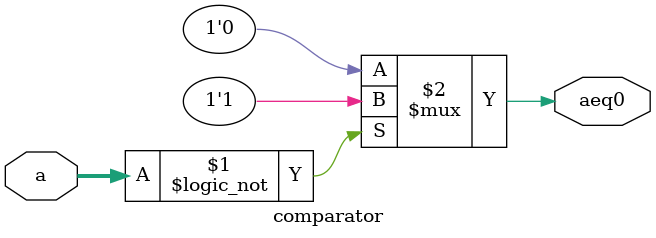
<source format=sv>

module comparator 
    (
    input  logic [7:0]  a,      // input word
    output logic        aeq0    // flag
    );

    assign aeq0 = (a == 8'b00000000) ? 1'b1 : 1'b0;

endmodule

</source>
